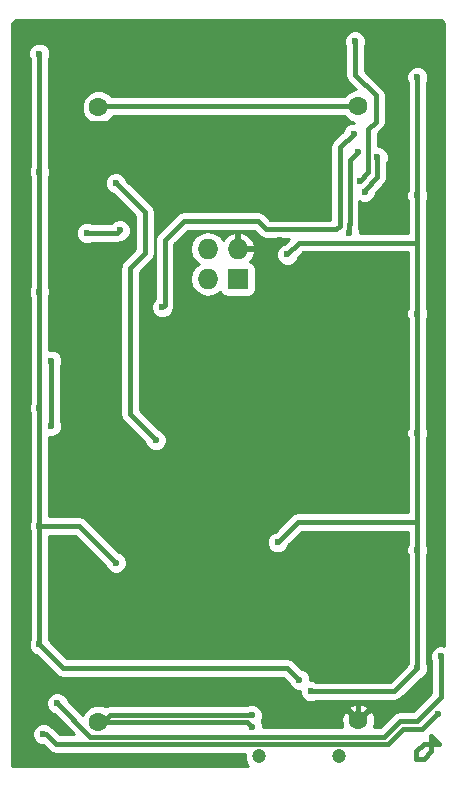
<source format=gbl>
G04 #@! TF.FileFunction,Copper,L2,Bot,Signal*
%FSLAX46Y46*%
G04 Gerber Fmt 4.6, Leading zero omitted, Abs format (unit mm)*
G04 Created by KiCad (PCBNEW 4.0.2+dfsg1-stable) date Mon 05 Nov 2018 12:17:06 AM EST*
%MOMM*%
G01*
G04 APERTURE LIST*
%ADD10C,0.100000*%
%ADD11R,1.727200X1.727200*%
%ADD12O,1.727200X1.727200*%
%ADD13C,1.200000*%
%ADD14C,1.600000*%
%ADD15C,0.600000*%
%ADD16C,0.381000*%
%ADD17C,0.254000*%
G04 APERTURE END LIST*
D10*
D11*
X113792000Y-92075000D03*
D12*
X111252000Y-92075000D03*
X113792000Y-89535000D03*
X111252000Y-89535000D03*
D13*
X115600000Y-132500000D03*
X122400000Y-132500000D03*
D14*
X102000000Y-129550000D03*
X102000000Y-77550000D03*
X124000000Y-77450000D03*
X124000000Y-129450000D03*
D15*
X115000000Y-129000000D03*
X115000000Y-130000000D03*
X118745000Y-120650000D03*
X117000000Y-127000000D03*
X120015000Y-94615000D03*
X123825000Y-108585000D03*
X102870000Y-102870000D03*
X105410000Y-113030000D03*
X119150000Y-84020000D03*
X117390000Y-88760000D03*
X98210000Y-78860000D03*
X109350000Y-78740000D03*
X130000000Y-119000000D03*
X130000000Y-109500000D03*
X130000000Y-98500000D03*
X130000000Y-88500000D03*
X130000000Y-79000000D03*
X96000000Y-89000000D03*
X96000000Y-109000000D03*
X96000000Y-119000000D03*
X96000000Y-99000000D03*
X97000000Y-128000000D03*
X96000000Y-74000000D03*
X129000000Y-73000000D03*
X129000000Y-105130000D03*
X96970000Y-93150000D03*
X117170000Y-114360000D03*
X103490000Y-116100000D03*
X101000000Y-88190000D03*
X103800000Y-87970000D03*
X118000000Y-90000000D03*
X129000000Y-95000000D03*
X129000000Y-85000000D03*
X129000000Y-75000000D03*
X120000000Y-127000000D03*
X97000000Y-113000000D03*
X97000000Y-103000000D03*
X97000000Y-83000000D03*
X97000000Y-73000000D03*
X129000000Y-125000000D03*
X129000000Y-115000000D03*
X119000000Y-126000000D03*
X97000000Y-123000000D03*
X125620000Y-81790000D03*
X124530000Y-84680000D03*
X131000000Y-124000000D03*
X98500000Y-128000000D03*
X130750000Y-128940000D03*
X97340000Y-130620000D03*
X98000000Y-99000000D03*
X98000000Y-104500000D03*
X103460000Y-83960000D03*
X106840000Y-105720000D03*
X123190000Y-88160000D03*
X123940000Y-81330000D03*
X123610000Y-79770000D03*
X107390000Y-94470000D03*
X124110000Y-83770000D03*
X123720000Y-71920000D03*
D16*
X128905000Y-132715000D02*
X128905000Y-132080000D01*
X129540000Y-132715000D02*
X128905000Y-132715000D01*
X130175000Y-132080000D02*
X129540000Y-132715000D01*
X130175000Y-130810000D02*
X130175000Y-132080000D01*
X130810000Y-131445000D02*
X130175000Y-130810000D01*
X129540000Y-131445000D02*
X130810000Y-131445000D01*
X128905000Y-132080000D02*
X129540000Y-131445000D01*
X115000000Y-129000000D02*
X103000000Y-129000000D01*
X103000000Y-129000000D02*
X102450000Y-129550000D01*
X102450000Y-129550000D02*
X102000000Y-129550000D01*
X114550000Y-129550000D02*
X102000000Y-129550000D01*
X115000000Y-130000000D02*
X114550000Y-129550000D01*
X124000000Y-77450000D02*
X102100000Y-77450000D01*
X102100000Y-77450000D02*
X102000000Y-77550000D01*
X114935000Y-127000000D02*
X117000000Y-127000000D01*
X119150000Y-84020000D02*
X119150000Y-85860000D01*
X119150000Y-85860000D02*
X119560000Y-86270000D01*
X109230000Y-78860000D02*
X98210000Y-78860000D01*
X109350000Y-78740000D02*
X109230000Y-78860000D01*
X98000000Y-127000000D02*
X97000000Y-128000000D01*
X124000000Y-129450000D02*
X124000000Y-128000000D01*
X96000000Y-74000000D02*
X96000000Y-89000000D01*
X96000000Y-89000000D02*
X96000000Y-99000000D01*
X96000000Y-99000000D02*
X96000000Y-109000000D01*
X96000000Y-109000000D02*
X96000000Y-114000000D01*
X96000000Y-114000000D02*
X96000000Y-119000000D01*
X96000000Y-119000000D02*
X96000000Y-125000000D01*
X96000000Y-125000000D02*
X98000000Y-127000000D01*
X98000000Y-127000000D02*
X114935000Y-127000000D01*
X117000000Y-127000000D02*
X118000000Y-128000000D01*
X118000000Y-128000000D02*
X124000000Y-128000000D01*
X124000000Y-128000000D02*
X128000000Y-128000000D01*
X130000000Y-84000000D02*
X130000000Y-79000000D01*
X130000000Y-94000000D02*
X130000000Y-88500000D01*
X130000000Y-88500000D02*
X130000000Y-84000000D01*
X130000000Y-104000000D02*
X130000000Y-98500000D01*
X130000000Y-98500000D02*
X130000000Y-94000000D01*
X130000000Y-114000000D02*
X130000000Y-109500000D01*
X130000000Y-109500000D02*
X130000000Y-104000000D01*
X130000000Y-124000000D02*
X130000000Y-119000000D01*
X130000000Y-119000000D02*
X130000000Y-114000000D01*
X130000000Y-126000000D02*
X130000000Y-124000000D01*
X128000000Y-128000000D02*
X130000000Y-126000000D01*
X130000000Y-79000000D02*
X130000000Y-74000000D01*
X130000000Y-74000000D02*
X129000000Y-73000000D01*
X129000000Y-106250000D02*
X129000000Y-105130000D01*
X96970000Y-93150000D02*
X97000000Y-93120000D01*
X97000000Y-93120000D02*
X96960000Y-93120000D01*
X96960000Y-93120000D02*
X97000000Y-93120000D01*
X118860000Y-112670000D02*
X129000000Y-112670000D01*
X117170000Y-114360000D02*
X118860000Y-112670000D01*
X100390000Y-113000000D02*
X97000000Y-113000000D01*
X103490000Y-116100000D02*
X100390000Y-113000000D01*
X103580000Y-88190000D02*
X101000000Y-88190000D01*
X103800000Y-87970000D02*
X103580000Y-88190000D01*
X129000000Y-89000000D02*
X119000000Y-89000000D01*
X119000000Y-89000000D02*
X118000000Y-90000000D01*
X129000000Y-85000000D02*
X129000000Y-86000000D01*
X129000000Y-86000000D02*
X129000000Y-85000000D01*
X129000000Y-115000000D02*
X129000000Y-112670000D01*
X129000000Y-112670000D02*
X129000000Y-106250000D01*
X129000000Y-106250000D02*
X129000000Y-95000000D01*
X129000000Y-95000000D02*
X129000000Y-89000000D01*
X129000000Y-89000000D02*
X129000000Y-85000000D01*
X129000000Y-85000000D02*
X129000000Y-75000000D01*
X120000000Y-127000000D02*
X127000000Y-127000000D01*
X127000000Y-127000000D02*
X129000000Y-125000000D01*
X97000000Y-123000000D02*
X97000000Y-113000000D01*
X97000000Y-113000000D02*
X97000000Y-103000000D01*
X97000000Y-103000000D02*
X97000000Y-93120000D01*
X97000000Y-93120000D02*
X97000000Y-83000000D01*
X97000000Y-83000000D02*
X97000000Y-73000000D01*
X129000000Y-125000000D02*
X129000000Y-115000000D01*
X118000000Y-125000000D02*
X119000000Y-126000000D01*
X99000000Y-125000000D02*
X118000000Y-125000000D01*
X97000000Y-123000000D02*
X99000000Y-125000000D01*
X125620000Y-81790000D02*
X125620000Y-83450000D01*
X125620000Y-83450000D02*
X124530000Y-84540000D01*
X124530000Y-84540000D02*
X124530000Y-84680000D01*
X98500000Y-128000000D02*
X101320000Y-130820000D01*
X131000000Y-124000000D02*
X131000000Y-127500000D01*
X131000000Y-127500000D02*
X129000000Y-129500000D01*
X129000000Y-129500000D02*
X127500000Y-129500000D01*
X126180000Y-130820000D02*
X127500000Y-129500000D01*
X101320000Y-130820000D02*
X126180000Y-130820000D01*
X126524998Y-131455002D02*
X98365002Y-131455002D01*
X127790000Y-130190000D02*
X126524998Y-131455002D01*
X129390000Y-130190000D02*
X127790000Y-130190000D01*
X130640000Y-128940000D02*
X129390000Y-130190000D01*
X130750000Y-128940000D02*
X130640000Y-128940000D01*
X97530000Y-130620000D02*
X98365002Y-131455002D01*
X97340000Y-130620000D02*
X97530000Y-130620000D01*
X98000000Y-104500000D02*
X98000000Y-99000000D01*
X105920000Y-86420000D02*
X103460000Y-83960000D01*
X105920000Y-89880000D02*
X105920000Y-86420000D01*
X104660000Y-91140000D02*
X105920000Y-89880000D01*
X104660000Y-103540000D02*
X104660000Y-91140000D01*
X106840000Y-105720000D02*
X104660000Y-103540000D01*
X123190000Y-88160000D02*
X123190000Y-87460000D01*
X123190000Y-87460000D02*
X123260000Y-87390000D01*
X123940000Y-81330000D02*
X123260000Y-82010000D01*
X123260000Y-82010000D02*
X123260000Y-87390000D01*
X123260000Y-87390000D02*
X123260000Y-87410000D01*
X123940000Y-81330000D02*
X123860000Y-81410000D01*
X116200000Y-87870000D02*
X122130000Y-87870000D01*
X122450000Y-80930000D02*
X123610000Y-79770000D01*
X122450000Y-87550000D02*
X122450000Y-80930000D01*
X122130000Y-87870000D02*
X122450000Y-87550000D01*
X115480000Y-87150000D02*
X116200000Y-87870000D01*
X109220000Y-87150000D02*
X115480000Y-87150000D01*
X107610000Y-88760000D02*
X109220000Y-87150000D01*
X107610000Y-94250000D02*
X107610000Y-88760000D01*
X107390000Y-94470000D02*
X107610000Y-94250000D01*
X124110000Y-83770000D02*
X124830000Y-83050000D01*
X124830000Y-83050000D02*
X124830000Y-79400000D01*
X124830000Y-79400000D02*
X125480000Y-78750000D01*
X125480000Y-78750000D02*
X125480000Y-76540000D01*
X125480000Y-76540000D02*
X123720000Y-74780000D01*
X123720000Y-74780000D02*
X123720000Y-71920000D01*
D17*
G36*
X131290000Y-70361550D02*
X131290000Y-123108015D01*
X131186799Y-123065162D01*
X130814833Y-123064838D01*
X130471057Y-123206883D01*
X130207808Y-123469673D01*
X130065162Y-123813201D01*
X130064838Y-124185167D01*
X130174500Y-124450570D01*
X130174500Y-127158066D01*
X128658066Y-128674500D01*
X127500005Y-128674500D01*
X127500000Y-128674499D01*
X127184094Y-128737337D01*
X126916283Y-128916283D01*
X125838066Y-129994500D01*
X125329168Y-129994500D01*
X125446965Y-129666777D01*
X125419778Y-129096546D01*
X125253864Y-128695995D01*
X125007745Y-128621861D01*
X124179605Y-129450000D01*
X124193748Y-129464142D01*
X124014143Y-129643748D01*
X124000000Y-129629605D01*
X123985858Y-129643748D01*
X123806252Y-129464142D01*
X123820395Y-129450000D01*
X122992255Y-128621861D01*
X122746136Y-128695995D01*
X122553035Y-129233223D01*
X122580222Y-129803454D01*
X122659356Y-129994500D01*
X115935006Y-129994500D01*
X115935162Y-129814833D01*
X115804931Y-129499649D01*
X115934838Y-129186799D01*
X115935162Y-128814833D01*
X115793117Y-128471057D01*
X115764366Y-128442255D01*
X123171861Y-128442255D01*
X124000000Y-129270395D01*
X124828139Y-128442255D01*
X124754005Y-128196136D01*
X124216777Y-128003035D01*
X123646546Y-128030222D01*
X123245995Y-128196136D01*
X123171861Y-128442255D01*
X115764366Y-128442255D01*
X115530327Y-128207808D01*
X115186799Y-128065162D01*
X114814833Y-128064838D01*
X114549430Y-128174500D01*
X103000000Y-128174500D01*
X102684095Y-128237337D01*
X102644471Y-128263813D01*
X102286691Y-128115250D01*
X101715813Y-128114752D01*
X101188200Y-128332757D01*
X100784176Y-128736077D01*
X100672487Y-129005054D01*
X99401994Y-127734560D01*
X99293117Y-127471057D01*
X99030327Y-127207808D01*
X98686799Y-127065162D01*
X98314833Y-127064838D01*
X97971057Y-127206883D01*
X97707808Y-127469673D01*
X97565162Y-127813201D01*
X97564838Y-128185167D01*
X97706883Y-128528943D01*
X97969673Y-128792192D01*
X98234884Y-128902318D01*
X99962069Y-130629502D01*
X98706936Y-130629502D01*
X98113717Y-130036283D01*
X98007771Y-129965492D01*
X97870327Y-129827808D01*
X97526799Y-129685162D01*
X97154833Y-129684838D01*
X96811057Y-129826883D01*
X96547808Y-130089673D01*
X96405162Y-130433201D01*
X96404838Y-130805167D01*
X96546883Y-131148943D01*
X96809673Y-131412192D01*
X97153201Y-131554838D01*
X97297530Y-131554964D01*
X97781285Y-132038719D01*
X98049096Y-132217665D01*
X98365002Y-132280502D01*
X114365191Y-132280502D01*
X114364786Y-132744579D01*
X114552408Y-133198657D01*
X114643592Y-133290000D01*
X94710000Y-133290000D01*
X94710000Y-93335167D01*
X96034838Y-93335167D01*
X96174500Y-93673176D01*
X96174500Y-102549887D01*
X96065162Y-102813201D01*
X96064838Y-103185167D01*
X96174500Y-103450570D01*
X96174500Y-112549887D01*
X96065162Y-112813201D01*
X96064838Y-113185167D01*
X96174500Y-113450570D01*
X96174500Y-122549887D01*
X96065162Y-122813201D01*
X96064838Y-123185167D01*
X96206883Y-123528943D01*
X96469673Y-123792192D01*
X96734884Y-123902318D01*
X98416283Y-125583717D01*
X98684094Y-125762663D01*
X99000000Y-125825500D01*
X117658066Y-125825500D01*
X118098006Y-126265439D01*
X118206883Y-126528943D01*
X118469673Y-126792192D01*
X118813201Y-126934838D01*
X119065056Y-126935057D01*
X119064838Y-127185167D01*
X119206883Y-127528943D01*
X119469673Y-127792192D01*
X119813201Y-127934838D01*
X120185167Y-127935162D01*
X120450570Y-127825500D01*
X127000000Y-127825500D01*
X127315906Y-127762663D01*
X127583717Y-127583717D01*
X129265440Y-125901994D01*
X129528943Y-125793117D01*
X129792192Y-125530327D01*
X129934838Y-125186799D01*
X129935162Y-124814833D01*
X129825500Y-124549430D01*
X129825500Y-115450113D01*
X129934838Y-115186799D01*
X129935162Y-114814833D01*
X129825500Y-114549430D01*
X129825500Y-105580113D01*
X129934838Y-105316799D01*
X129935162Y-104944833D01*
X129825500Y-104679430D01*
X129825500Y-95450113D01*
X129934838Y-95186799D01*
X129935162Y-94814833D01*
X129825500Y-94549430D01*
X129825500Y-85450113D01*
X129934838Y-85186799D01*
X129935162Y-84814833D01*
X129825500Y-84549430D01*
X129825500Y-75450113D01*
X129934838Y-75186799D01*
X129935162Y-74814833D01*
X129793117Y-74471057D01*
X129530327Y-74207808D01*
X129186799Y-74065162D01*
X128814833Y-74064838D01*
X128471057Y-74206883D01*
X128207808Y-74469673D01*
X128065162Y-74813201D01*
X128064838Y-75185167D01*
X128174500Y-75450570D01*
X128174500Y-84549887D01*
X128065162Y-84813201D01*
X128064838Y-85185167D01*
X128174500Y-85450570D01*
X128174500Y-88174500D01*
X124124988Y-88174500D01*
X124125162Y-87974833D01*
X124022443Y-87726234D01*
X124022663Y-87725905D01*
X124085500Y-87410000D01*
X124085500Y-87390005D01*
X124085501Y-87390000D01*
X124085500Y-87389995D01*
X124085500Y-85507831D01*
X124343201Y-85614838D01*
X124715167Y-85615162D01*
X125058943Y-85473117D01*
X125322192Y-85210327D01*
X125464838Y-84866799D01*
X125464920Y-84772514D01*
X126203714Y-84033719D01*
X126203717Y-84033717D01*
X126382663Y-83765905D01*
X126386789Y-83745162D01*
X126445501Y-83450000D01*
X126445500Y-83449995D01*
X126445500Y-82240113D01*
X126554838Y-81976799D01*
X126555162Y-81604833D01*
X126413117Y-81261057D01*
X126150327Y-80997808D01*
X125806799Y-80855162D01*
X125655500Y-80855030D01*
X125655500Y-79741934D01*
X126063717Y-79333717D01*
X126242663Y-79065905D01*
X126305501Y-78750000D01*
X126305500Y-78749995D01*
X126305500Y-76540005D01*
X126305501Y-76540000D01*
X126242663Y-76224094D01*
X126063717Y-75956283D01*
X124545500Y-74438066D01*
X124545500Y-72370113D01*
X124654838Y-72106799D01*
X124655162Y-71734833D01*
X124513117Y-71391057D01*
X124250327Y-71127808D01*
X123906799Y-70985162D01*
X123534833Y-70984838D01*
X123191057Y-71126883D01*
X122927808Y-71389673D01*
X122785162Y-71733201D01*
X122784838Y-72105167D01*
X122894500Y-72370570D01*
X122894500Y-74780000D01*
X122957337Y-75095906D01*
X123136283Y-75363717D01*
X123787380Y-76014814D01*
X123715813Y-76014752D01*
X123188200Y-76232757D01*
X122795773Y-76624500D01*
X103103741Y-76624500D01*
X102813923Y-76334176D01*
X102286691Y-76115250D01*
X101715813Y-76114752D01*
X101188200Y-76332757D01*
X100784176Y-76736077D01*
X100565250Y-77263309D01*
X100564752Y-77834187D01*
X100782757Y-78361800D01*
X101186077Y-78765824D01*
X101713309Y-78984750D01*
X102284187Y-78985248D01*
X102811800Y-78767243D01*
X103215824Y-78363923D01*
X103252540Y-78275500D01*
X122796433Y-78275500D01*
X123186077Y-78665824D01*
X123593461Y-78834985D01*
X123424833Y-78834838D01*
X123081057Y-78976883D01*
X122817808Y-79239673D01*
X122707682Y-79504885D01*
X121866283Y-80346283D01*
X121687337Y-80614094D01*
X121687337Y-80614095D01*
X121624500Y-80930000D01*
X121624500Y-87044500D01*
X116541933Y-87044500D01*
X116063717Y-86566283D01*
X115795906Y-86387337D01*
X115480000Y-86324500D01*
X109220005Y-86324500D01*
X109220000Y-86324499D01*
X108904095Y-86387337D01*
X108636283Y-86566283D01*
X107026283Y-88176283D01*
X106847337Y-88444094D01*
X106799598Y-88684095D01*
X106784500Y-88760000D01*
X106784500Y-93753307D01*
X106597808Y-93939673D01*
X106455162Y-94283201D01*
X106454838Y-94655167D01*
X106596883Y-94998943D01*
X106859673Y-95262192D01*
X107203201Y-95404838D01*
X107575167Y-95405162D01*
X107918943Y-95263117D01*
X108182192Y-95000327D01*
X108324838Y-94656799D01*
X108324855Y-94637456D01*
X108372663Y-94565906D01*
X108435501Y-94250000D01*
X108435500Y-94249995D01*
X108435500Y-89535000D01*
X109724041Y-89535000D01*
X109838115Y-90108489D01*
X110162971Y-90594670D01*
X110477752Y-90805000D01*
X110162971Y-91015330D01*
X109838115Y-91501511D01*
X109724041Y-92075000D01*
X109838115Y-92648489D01*
X110162971Y-93134670D01*
X110649152Y-93459526D01*
X111222641Y-93573600D01*
X111281359Y-93573600D01*
X111854848Y-93459526D01*
X112320442Y-93148426D01*
X112325238Y-93173917D01*
X112464310Y-93390041D01*
X112676510Y-93535031D01*
X112928400Y-93586040D01*
X114655600Y-93586040D01*
X114890917Y-93541762D01*
X115107041Y-93402690D01*
X115252031Y-93190490D01*
X115303040Y-92938600D01*
X115303040Y-91211400D01*
X115258762Y-90976083D01*
X115119690Y-90759959D01*
X114907490Y-90614969D01*
X114813625Y-90595961D01*
X115074688Y-90309947D01*
X115246958Y-89894026D01*
X115125817Y-89662000D01*
X113919000Y-89662000D01*
X113919000Y-89682000D01*
X113665000Y-89682000D01*
X113665000Y-89662000D01*
X113645000Y-89662000D01*
X113645000Y-89408000D01*
X113665000Y-89408000D01*
X113665000Y-88200531D01*
X113919000Y-88200531D01*
X113919000Y-89408000D01*
X115125817Y-89408000D01*
X115246958Y-89175974D01*
X115074688Y-88760053D01*
X114680490Y-88328179D01*
X114151027Y-88080032D01*
X113919000Y-88200531D01*
X113665000Y-88200531D01*
X113432973Y-88080032D01*
X112903510Y-88328179D01*
X112521992Y-88746161D01*
X112341029Y-88475330D01*
X111854848Y-88150474D01*
X111281359Y-88036400D01*
X111222641Y-88036400D01*
X110649152Y-88150474D01*
X110162971Y-88475330D01*
X109838115Y-88961511D01*
X109724041Y-89535000D01*
X108435500Y-89535000D01*
X108435500Y-89101934D01*
X109561934Y-87975500D01*
X115138066Y-87975500D01*
X115616281Y-88453714D01*
X115616283Y-88453717D01*
X115765944Y-88553717D01*
X115884095Y-88632663D01*
X116200000Y-88695501D01*
X116200005Y-88695500D01*
X118137067Y-88695500D01*
X117734560Y-89098006D01*
X117471057Y-89206883D01*
X117207808Y-89469673D01*
X117065162Y-89813201D01*
X117064838Y-90185167D01*
X117206883Y-90528943D01*
X117469673Y-90792192D01*
X117813201Y-90934838D01*
X118185167Y-90935162D01*
X118528943Y-90793117D01*
X118792192Y-90530327D01*
X118902318Y-90265116D01*
X119341933Y-89825500D01*
X128174500Y-89825500D01*
X128174500Y-94549887D01*
X128065162Y-94813201D01*
X128064838Y-95185167D01*
X128174500Y-95450570D01*
X128174500Y-104679887D01*
X128065162Y-104943201D01*
X128064838Y-105315167D01*
X128174500Y-105580570D01*
X128174500Y-111844500D01*
X118860005Y-111844500D01*
X118860000Y-111844499D01*
X118544094Y-111907337D01*
X118276283Y-112086283D01*
X116904560Y-113458006D01*
X116641057Y-113566883D01*
X116377808Y-113829673D01*
X116235162Y-114173201D01*
X116234838Y-114545167D01*
X116376883Y-114888943D01*
X116639673Y-115152192D01*
X116983201Y-115294838D01*
X117355167Y-115295162D01*
X117698943Y-115153117D01*
X117962192Y-114890327D01*
X118072318Y-114625116D01*
X119201934Y-113495500D01*
X128174500Y-113495500D01*
X128174500Y-114549887D01*
X128065162Y-114813201D01*
X128064838Y-115185167D01*
X128174500Y-115450570D01*
X128174500Y-124549887D01*
X128097682Y-124734884D01*
X126658066Y-126174500D01*
X120450113Y-126174500D01*
X120186799Y-126065162D01*
X119934944Y-126064943D01*
X119935162Y-125814833D01*
X119793117Y-125471057D01*
X119530327Y-125207808D01*
X119265115Y-125097682D01*
X118583717Y-124416283D01*
X118315906Y-124237337D01*
X118000000Y-124174500D01*
X99341934Y-124174500D01*
X97901994Y-122734560D01*
X97825500Y-122549430D01*
X97825500Y-113825500D01*
X100048066Y-113825500D01*
X102588006Y-116365440D01*
X102696883Y-116628943D01*
X102959673Y-116892192D01*
X103303201Y-117034838D01*
X103675167Y-117035162D01*
X104018943Y-116893117D01*
X104282192Y-116630327D01*
X104424838Y-116286799D01*
X104425162Y-115914833D01*
X104283117Y-115571057D01*
X104020327Y-115307808D01*
X103755116Y-115197682D01*
X100973717Y-112416283D01*
X100705906Y-112237337D01*
X100390000Y-112174500D01*
X97825500Y-112174500D01*
X97825500Y-105434849D01*
X98185167Y-105435162D01*
X98528943Y-105293117D01*
X98792192Y-105030327D01*
X98934838Y-104686799D01*
X98935162Y-104314833D01*
X98825500Y-104049430D01*
X98825500Y-99450113D01*
X98934838Y-99186799D01*
X98935162Y-98814833D01*
X98793117Y-98471057D01*
X98530327Y-98207808D01*
X98186799Y-98065162D01*
X97825500Y-98064847D01*
X97825500Y-93527865D01*
X97904838Y-93336799D01*
X97905162Y-92964833D01*
X97825500Y-92772036D01*
X97825500Y-88375167D01*
X100064838Y-88375167D01*
X100206883Y-88718943D01*
X100469673Y-88982192D01*
X100813201Y-89124838D01*
X101185167Y-89125162D01*
X101450570Y-89015500D01*
X103580000Y-89015500D01*
X103895906Y-88952663D01*
X103967020Y-88905146D01*
X103985167Y-88905162D01*
X104328943Y-88763117D01*
X104592192Y-88500327D01*
X104734838Y-88156799D01*
X104735162Y-87784833D01*
X104593117Y-87441057D01*
X104330327Y-87177808D01*
X103986799Y-87035162D01*
X103614833Y-87034838D01*
X103271057Y-87176883D01*
X103083112Y-87364500D01*
X101450113Y-87364500D01*
X101186799Y-87255162D01*
X100814833Y-87254838D01*
X100471057Y-87396883D01*
X100207808Y-87659673D01*
X100065162Y-88003201D01*
X100064838Y-88375167D01*
X97825500Y-88375167D01*
X97825500Y-84145167D01*
X102524838Y-84145167D01*
X102666883Y-84488943D01*
X102929673Y-84752192D01*
X103194884Y-84862318D01*
X105094500Y-86761933D01*
X105094500Y-89538066D01*
X104076283Y-90556283D01*
X103897337Y-90824094D01*
X103870401Y-90959510D01*
X103834500Y-91140000D01*
X103834500Y-103540000D01*
X103897337Y-103855906D01*
X104076283Y-104123717D01*
X105938005Y-105985439D01*
X106046883Y-106248943D01*
X106309673Y-106512192D01*
X106653201Y-106654838D01*
X107025167Y-106655162D01*
X107368943Y-106513117D01*
X107632192Y-106250327D01*
X107774838Y-105906799D01*
X107775162Y-105534833D01*
X107633117Y-105191057D01*
X107370327Y-104927808D01*
X107105115Y-104817682D01*
X105485500Y-103198066D01*
X105485500Y-91481934D01*
X106503717Y-90463717D01*
X106682663Y-90195906D01*
X106745500Y-89880000D01*
X106745500Y-86420000D01*
X106682663Y-86104095D01*
X106503717Y-85836283D01*
X106503714Y-85836281D01*
X104361994Y-83694560D01*
X104253117Y-83431057D01*
X103990327Y-83167808D01*
X103646799Y-83025162D01*
X103274833Y-83024838D01*
X102931057Y-83166883D01*
X102667808Y-83429673D01*
X102525162Y-83773201D01*
X102524838Y-84145167D01*
X97825500Y-84145167D01*
X97825500Y-83450113D01*
X97934838Y-83186799D01*
X97935162Y-82814833D01*
X97825500Y-82549430D01*
X97825500Y-73450113D01*
X97934838Y-73186799D01*
X97935162Y-72814833D01*
X97793117Y-72471057D01*
X97530327Y-72207808D01*
X97186799Y-72065162D01*
X96814833Y-72064838D01*
X96471057Y-72206883D01*
X96207808Y-72469673D01*
X96065162Y-72813201D01*
X96064838Y-73185167D01*
X96174500Y-73450570D01*
X96174500Y-82549887D01*
X96065162Y-82813201D01*
X96064838Y-83185167D01*
X96174500Y-83450570D01*
X96174500Y-92627640D01*
X96035162Y-92963201D01*
X96034838Y-93335167D01*
X94710000Y-93335167D01*
X94710000Y-70361550D01*
X95032506Y-70127000D01*
X130967494Y-70127000D01*
X131290000Y-70361550D01*
X131290000Y-70361550D01*
G37*
X131290000Y-70361550D02*
X131290000Y-123108015D01*
X131186799Y-123065162D01*
X130814833Y-123064838D01*
X130471057Y-123206883D01*
X130207808Y-123469673D01*
X130065162Y-123813201D01*
X130064838Y-124185167D01*
X130174500Y-124450570D01*
X130174500Y-127158066D01*
X128658066Y-128674500D01*
X127500005Y-128674500D01*
X127500000Y-128674499D01*
X127184094Y-128737337D01*
X126916283Y-128916283D01*
X125838066Y-129994500D01*
X125329168Y-129994500D01*
X125446965Y-129666777D01*
X125419778Y-129096546D01*
X125253864Y-128695995D01*
X125007745Y-128621861D01*
X124179605Y-129450000D01*
X124193748Y-129464142D01*
X124014143Y-129643748D01*
X124000000Y-129629605D01*
X123985858Y-129643748D01*
X123806252Y-129464142D01*
X123820395Y-129450000D01*
X122992255Y-128621861D01*
X122746136Y-128695995D01*
X122553035Y-129233223D01*
X122580222Y-129803454D01*
X122659356Y-129994500D01*
X115935006Y-129994500D01*
X115935162Y-129814833D01*
X115804931Y-129499649D01*
X115934838Y-129186799D01*
X115935162Y-128814833D01*
X115793117Y-128471057D01*
X115764366Y-128442255D01*
X123171861Y-128442255D01*
X124000000Y-129270395D01*
X124828139Y-128442255D01*
X124754005Y-128196136D01*
X124216777Y-128003035D01*
X123646546Y-128030222D01*
X123245995Y-128196136D01*
X123171861Y-128442255D01*
X115764366Y-128442255D01*
X115530327Y-128207808D01*
X115186799Y-128065162D01*
X114814833Y-128064838D01*
X114549430Y-128174500D01*
X103000000Y-128174500D01*
X102684095Y-128237337D01*
X102644471Y-128263813D01*
X102286691Y-128115250D01*
X101715813Y-128114752D01*
X101188200Y-128332757D01*
X100784176Y-128736077D01*
X100672487Y-129005054D01*
X99401994Y-127734560D01*
X99293117Y-127471057D01*
X99030327Y-127207808D01*
X98686799Y-127065162D01*
X98314833Y-127064838D01*
X97971057Y-127206883D01*
X97707808Y-127469673D01*
X97565162Y-127813201D01*
X97564838Y-128185167D01*
X97706883Y-128528943D01*
X97969673Y-128792192D01*
X98234884Y-128902318D01*
X99962069Y-130629502D01*
X98706936Y-130629502D01*
X98113717Y-130036283D01*
X98007771Y-129965492D01*
X97870327Y-129827808D01*
X97526799Y-129685162D01*
X97154833Y-129684838D01*
X96811057Y-129826883D01*
X96547808Y-130089673D01*
X96405162Y-130433201D01*
X96404838Y-130805167D01*
X96546883Y-131148943D01*
X96809673Y-131412192D01*
X97153201Y-131554838D01*
X97297530Y-131554964D01*
X97781285Y-132038719D01*
X98049096Y-132217665D01*
X98365002Y-132280502D01*
X114365191Y-132280502D01*
X114364786Y-132744579D01*
X114552408Y-133198657D01*
X114643592Y-133290000D01*
X94710000Y-133290000D01*
X94710000Y-93335167D01*
X96034838Y-93335167D01*
X96174500Y-93673176D01*
X96174500Y-102549887D01*
X96065162Y-102813201D01*
X96064838Y-103185167D01*
X96174500Y-103450570D01*
X96174500Y-112549887D01*
X96065162Y-112813201D01*
X96064838Y-113185167D01*
X96174500Y-113450570D01*
X96174500Y-122549887D01*
X96065162Y-122813201D01*
X96064838Y-123185167D01*
X96206883Y-123528943D01*
X96469673Y-123792192D01*
X96734884Y-123902318D01*
X98416283Y-125583717D01*
X98684094Y-125762663D01*
X99000000Y-125825500D01*
X117658066Y-125825500D01*
X118098006Y-126265439D01*
X118206883Y-126528943D01*
X118469673Y-126792192D01*
X118813201Y-126934838D01*
X119065056Y-126935057D01*
X119064838Y-127185167D01*
X119206883Y-127528943D01*
X119469673Y-127792192D01*
X119813201Y-127934838D01*
X120185167Y-127935162D01*
X120450570Y-127825500D01*
X127000000Y-127825500D01*
X127315906Y-127762663D01*
X127583717Y-127583717D01*
X129265440Y-125901994D01*
X129528943Y-125793117D01*
X129792192Y-125530327D01*
X129934838Y-125186799D01*
X129935162Y-124814833D01*
X129825500Y-124549430D01*
X129825500Y-115450113D01*
X129934838Y-115186799D01*
X129935162Y-114814833D01*
X129825500Y-114549430D01*
X129825500Y-105580113D01*
X129934838Y-105316799D01*
X129935162Y-104944833D01*
X129825500Y-104679430D01*
X129825500Y-95450113D01*
X129934838Y-95186799D01*
X129935162Y-94814833D01*
X129825500Y-94549430D01*
X129825500Y-85450113D01*
X129934838Y-85186799D01*
X129935162Y-84814833D01*
X129825500Y-84549430D01*
X129825500Y-75450113D01*
X129934838Y-75186799D01*
X129935162Y-74814833D01*
X129793117Y-74471057D01*
X129530327Y-74207808D01*
X129186799Y-74065162D01*
X128814833Y-74064838D01*
X128471057Y-74206883D01*
X128207808Y-74469673D01*
X128065162Y-74813201D01*
X128064838Y-75185167D01*
X128174500Y-75450570D01*
X128174500Y-84549887D01*
X128065162Y-84813201D01*
X128064838Y-85185167D01*
X128174500Y-85450570D01*
X128174500Y-88174500D01*
X124124988Y-88174500D01*
X124125162Y-87974833D01*
X124022443Y-87726234D01*
X124022663Y-87725905D01*
X124085500Y-87410000D01*
X124085500Y-87390005D01*
X124085501Y-87390000D01*
X124085500Y-87389995D01*
X124085500Y-85507831D01*
X124343201Y-85614838D01*
X124715167Y-85615162D01*
X125058943Y-85473117D01*
X125322192Y-85210327D01*
X125464838Y-84866799D01*
X125464920Y-84772514D01*
X126203714Y-84033719D01*
X126203717Y-84033717D01*
X126382663Y-83765905D01*
X126386789Y-83745162D01*
X126445501Y-83450000D01*
X126445500Y-83449995D01*
X126445500Y-82240113D01*
X126554838Y-81976799D01*
X126555162Y-81604833D01*
X126413117Y-81261057D01*
X126150327Y-80997808D01*
X125806799Y-80855162D01*
X125655500Y-80855030D01*
X125655500Y-79741934D01*
X126063717Y-79333717D01*
X126242663Y-79065905D01*
X126305501Y-78750000D01*
X126305500Y-78749995D01*
X126305500Y-76540005D01*
X126305501Y-76540000D01*
X126242663Y-76224094D01*
X126063717Y-75956283D01*
X124545500Y-74438066D01*
X124545500Y-72370113D01*
X124654838Y-72106799D01*
X124655162Y-71734833D01*
X124513117Y-71391057D01*
X124250327Y-71127808D01*
X123906799Y-70985162D01*
X123534833Y-70984838D01*
X123191057Y-71126883D01*
X122927808Y-71389673D01*
X122785162Y-71733201D01*
X122784838Y-72105167D01*
X122894500Y-72370570D01*
X122894500Y-74780000D01*
X122957337Y-75095906D01*
X123136283Y-75363717D01*
X123787380Y-76014814D01*
X123715813Y-76014752D01*
X123188200Y-76232757D01*
X122795773Y-76624500D01*
X103103741Y-76624500D01*
X102813923Y-76334176D01*
X102286691Y-76115250D01*
X101715813Y-76114752D01*
X101188200Y-76332757D01*
X100784176Y-76736077D01*
X100565250Y-77263309D01*
X100564752Y-77834187D01*
X100782757Y-78361800D01*
X101186077Y-78765824D01*
X101713309Y-78984750D01*
X102284187Y-78985248D01*
X102811800Y-78767243D01*
X103215824Y-78363923D01*
X103252540Y-78275500D01*
X122796433Y-78275500D01*
X123186077Y-78665824D01*
X123593461Y-78834985D01*
X123424833Y-78834838D01*
X123081057Y-78976883D01*
X122817808Y-79239673D01*
X122707682Y-79504885D01*
X121866283Y-80346283D01*
X121687337Y-80614094D01*
X121687337Y-80614095D01*
X121624500Y-80930000D01*
X121624500Y-87044500D01*
X116541933Y-87044500D01*
X116063717Y-86566283D01*
X115795906Y-86387337D01*
X115480000Y-86324500D01*
X109220005Y-86324500D01*
X109220000Y-86324499D01*
X108904095Y-86387337D01*
X108636283Y-86566283D01*
X107026283Y-88176283D01*
X106847337Y-88444094D01*
X106799598Y-88684095D01*
X106784500Y-88760000D01*
X106784500Y-93753307D01*
X106597808Y-93939673D01*
X106455162Y-94283201D01*
X106454838Y-94655167D01*
X106596883Y-94998943D01*
X106859673Y-95262192D01*
X107203201Y-95404838D01*
X107575167Y-95405162D01*
X107918943Y-95263117D01*
X108182192Y-95000327D01*
X108324838Y-94656799D01*
X108324855Y-94637456D01*
X108372663Y-94565906D01*
X108435501Y-94250000D01*
X108435500Y-94249995D01*
X108435500Y-89535000D01*
X109724041Y-89535000D01*
X109838115Y-90108489D01*
X110162971Y-90594670D01*
X110477752Y-90805000D01*
X110162971Y-91015330D01*
X109838115Y-91501511D01*
X109724041Y-92075000D01*
X109838115Y-92648489D01*
X110162971Y-93134670D01*
X110649152Y-93459526D01*
X111222641Y-93573600D01*
X111281359Y-93573600D01*
X111854848Y-93459526D01*
X112320442Y-93148426D01*
X112325238Y-93173917D01*
X112464310Y-93390041D01*
X112676510Y-93535031D01*
X112928400Y-93586040D01*
X114655600Y-93586040D01*
X114890917Y-93541762D01*
X115107041Y-93402690D01*
X115252031Y-93190490D01*
X115303040Y-92938600D01*
X115303040Y-91211400D01*
X115258762Y-90976083D01*
X115119690Y-90759959D01*
X114907490Y-90614969D01*
X114813625Y-90595961D01*
X115074688Y-90309947D01*
X115246958Y-89894026D01*
X115125817Y-89662000D01*
X113919000Y-89662000D01*
X113919000Y-89682000D01*
X113665000Y-89682000D01*
X113665000Y-89662000D01*
X113645000Y-89662000D01*
X113645000Y-89408000D01*
X113665000Y-89408000D01*
X113665000Y-88200531D01*
X113919000Y-88200531D01*
X113919000Y-89408000D01*
X115125817Y-89408000D01*
X115246958Y-89175974D01*
X115074688Y-88760053D01*
X114680490Y-88328179D01*
X114151027Y-88080032D01*
X113919000Y-88200531D01*
X113665000Y-88200531D01*
X113432973Y-88080032D01*
X112903510Y-88328179D01*
X112521992Y-88746161D01*
X112341029Y-88475330D01*
X111854848Y-88150474D01*
X111281359Y-88036400D01*
X111222641Y-88036400D01*
X110649152Y-88150474D01*
X110162971Y-88475330D01*
X109838115Y-88961511D01*
X109724041Y-89535000D01*
X108435500Y-89535000D01*
X108435500Y-89101934D01*
X109561934Y-87975500D01*
X115138066Y-87975500D01*
X115616281Y-88453714D01*
X115616283Y-88453717D01*
X115765944Y-88553717D01*
X115884095Y-88632663D01*
X116200000Y-88695501D01*
X116200005Y-88695500D01*
X118137067Y-88695500D01*
X117734560Y-89098006D01*
X117471057Y-89206883D01*
X117207808Y-89469673D01*
X117065162Y-89813201D01*
X117064838Y-90185167D01*
X117206883Y-90528943D01*
X117469673Y-90792192D01*
X117813201Y-90934838D01*
X118185167Y-90935162D01*
X118528943Y-90793117D01*
X118792192Y-90530327D01*
X118902318Y-90265116D01*
X119341933Y-89825500D01*
X128174500Y-89825500D01*
X128174500Y-94549887D01*
X128065162Y-94813201D01*
X128064838Y-95185167D01*
X128174500Y-95450570D01*
X128174500Y-104679887D01*
X128065162Y-104943201D01*
X128064838Y-105315167D01*
X128174500Y-105580570D01*
X128174500Y-111844500D01*
X118860005Y-111844500D01*
X118860000Y-111844499D01*
X118544094Y-111907337D01*
X118276283Y-112086283D01*
X116904560Y-113458006D01*
X116641057Y-113566883D01*
X116377808Y-113829673D01*
X116235162Y-114173201D01*
X116234838Y-114545167D01*
X116376883Y-114888943D01*
X116639673Y-115152192D01*
X116983201Y-115294838D01*
X117355167Y-115295162D01*
X117698943Y-115153117D01*
X117962192Y-114890327D01*
X118072318Y-114625116D01*
X119201934Y-113495500D01*
X128174500Y-113495500D01*
X128174500Y-114549887D01*
X128065162Y-114813201D01*
X128064838Y-115185167D01*
X128174500Y-115450570D01*
X128174500Y-124549887D01*
X128097682Y-124734884D01*
X126658066Y-126174500D01*
X120450113Y-126174500D01*
X120186799Y-126065162D01*
X119934944Y-126064943D01*
X119935162Y-125814833D01*
X119793117Y-125471057D01*
X119530327Y-125207808D01*
X119265115Y-125097682D01*
X118583717Y-124416283D01*
X118315906Y-124237337D01*
X118000000Y-124174500D01*
X99341934Y-124174500D01*
X97901994Y-122734560D01*
X97825500Y-122549430D01*
X97825500Y-113825500D01*
X100048066Y-113825500D01*
X102588006Y-116365440D01*
X102696883Y-116628943D01*
X102959673Y-116892192D01*
X103303201Y-117034838D01*
X103675167Y-117035162D01*
X104018943Y-116893117D01*
X104282192Y-116630327D01*
X104424838Y-116286799D01*
X104425162Y-115914833D01*
X104283117Y-115571057D01*
X104020327Y-115307808D01*
X103755116Y-115197682D01*
X100973717Y-112416283D01*
X100705906Y-112237337D01*
X100390000Y-112174500D01*
X97825500Y-112174500D01*
X97825500Y-105434849D01*
X98185167Y-105435162D01*
X98528943Y-105293117D01*
X98792192Y-105030327D01*
X98934838Y-104686799D01*
X98935162Y-104314833D01*
X98825500Y-104049430D01*
X98825500Y-99450113D01*
X98934838Y-99186799D01*
X98935162Y-98814833D01*
X98793117Y-98471057D01*
X98530327Y-98207808D01*
X98186799Y-98065162D01*
X97825500Y-98064847D01*
X97825500Y-93527865D01*
X97904838Y-93336799D01*
X97905162Y-92964833D01*
X97825500Y-92772036D01*
X97825500Y-88375167D01*
X100064838Y-88375167D01*
X100206883Y-88718943D01*
X100469673Y-88982192D01*
X100813201Y-89124838D01*
X101185167Y-89125162D01*
X101450570Y-89015500D01*
X103580000Y-89015500D01*
X103895906Y-88952663D01*
X103967020Y-88905146D01*
X103985167Y-88905162D01*
X104328943Y-88763117D01*
X104592192Y-88500327D01*
X104734838Y-88156799D01*
X104735162Y-87784833D01*
X104593117Y-87441057D01*
X104330327Y-87177808D01*
X103986799Y-87035162D01*
X103614833Y-87034838D01*
X103271057Y-87176883D01*
X103083112Y-87364500D01*
X101450113Y-87364500D01*
X101186799Y-87255162D01*
X100814833Y-87254838D01*
X100471057Y-87396883D01*
X100207808Y-87659673D01*
X100065162Y-88003201D01*
X100064838Y-88375167D01*
X97825500Y-88375167D01*
X97825500Y-84145167D01*
X102524838Y-84145167D01*
X102666883Y-84488943D01*
X102929673Y-84752192D01*
X103194884Y-84862318D01*
X105094500Y-86761933D01*
X105094500Y-89538066D01*
X104076283Y-90556283D01*
X103897337Y-90824094D01*
X103870401Y-90959510D01*
X103834500Y-91140000D01*
X103834500Y-103540000D01*
X103897337Y-103855906D01*
X104076283Y-104123717D01*
X105938005Y-105985439D01*
X106046883Y-106248943D01*
X106309673Y-106512192D01*
X106653201Y-106654838D01*
X107025167Y-106655162D01*
X107368943Y-106513117D01*
X107632192Y-106250327D01*
X107774838Y-105906799D01*
X107775162Y-105534833D01*
X107633117Y-105191057D01*
X107370327Y-104927808D01*
X107105115Y-104817682D01*
X105485500Y-103198066D01*
X105485500Y-91481934D01*
X106503717Y-90463717D01*
X106682663Y-90195906D01*
X106745500Y-89880000D01*
X106745500Y-86420000D01*
X106682663Y-86104095D01*
X106503717Y-85836283D01*
X106503714Y-85836281D01*
X104361994Y-83694560D01*
X104253117Y-83431057D01*
X103990327Y-83167808D01*
X103646799Y-83025162D01*
X103274833Y-83024838D01*
X102931057Y-83166883D01*
X102667808Y-83429673D01*
X102525162Y-83773201D01*
X102524838Y-84145167D01*
X97825500Y-84145167D01*
X97825500Y-83450113D01*
X97934838Y-83186799D01*
X97935162Y-82814833D01*
X97825500Y-82549430D01*
X97825500Y-73450113D01*
X97934838Y-73186799D01*
X97935162Y-72814833D01*
X97793117Y-72471057D01*
X97530327Y-72207808D01*
X97186799Y-72065162D01*
X96814833Y-72064838D01*
X96471057Y-72206883D01*
X96207808Y-72469673D01*
X96065162Y-72813201D01*
X96064838Y-73185167D01*
X96174500Y-73450570D01*
X96174500Y-82549887D01*
X96065162Y-82813201D01*
X96064838Y-83185167D01*
X96174500Y-83450570D01*
X96174500Y-92627640D01*
X96035162Y-92963201D01*
X96034838Y-93335167D01*
X94710000Y-93335167D01*
X94710000Y-70361550D01*
X95032506Y-70127000D01*
X130967494Y-70127000D01*
X131290000Y-70361550D01*
M02*

</source>
